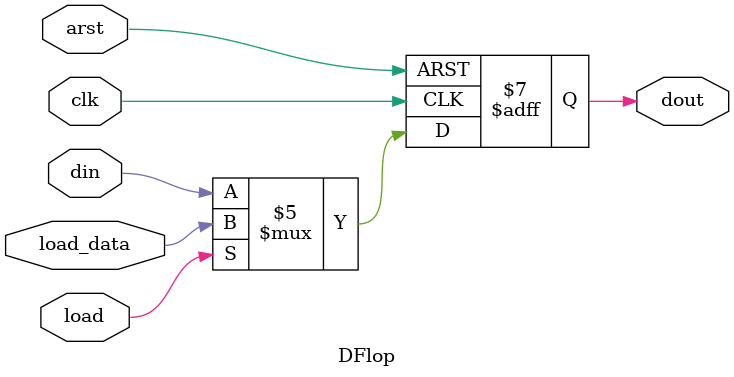
<source format=v>
/*--  *******************************************************
--  Computer Architecture Course, Laboratory Sources 
--  Amirkabir University of Technology (Tehran Polytechnic)
--  Department of Computer Engineering (CE-AUT)
--  https://ce[dot]aut[dot]ac[dot]ir
--  *******************************************************
--  All Rights reserved (C) 2019-2020
--  *******************************************************
--  Student ID  : 
--  Student Name: 
--  Student Mail: 
--  *******************************************************
--  Additional Comments:
--
--*/

/*-----------------------------------------------------------
---  Module Name: Light Dance
---  Description: Module5:
-----------------------------------------------------------*/
`timescale 1 ns/1 ns

module DFlop (
	input  arst  , // async reset
	input  clk   , // clock posedge
	input  din   , // data  in
	input  load,
	input load_data, // data  load 
	output reg dout    // data  out
);

	always@(posedge clk or negedge arst) begin
		 if(~arst)
			dout <= 1'b0;
		 else if(~load)
			dout <= din;
			else
			 dout<=load_data;
	end

endmodule

</source>
